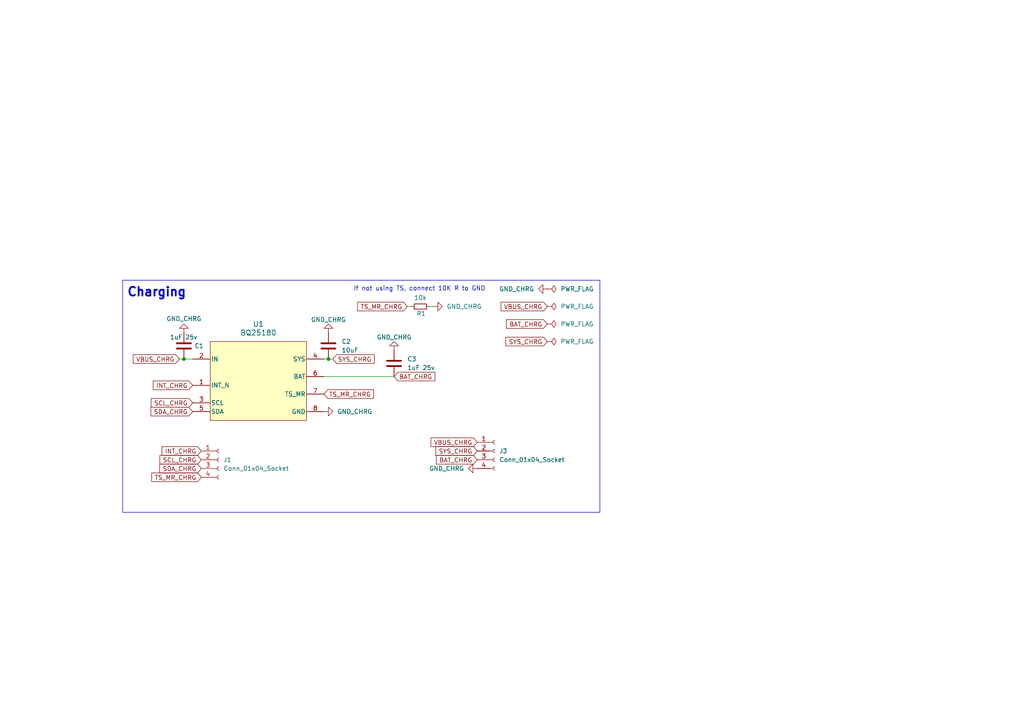
<source format=kicad_sch>
(kicad_sch (version 20231120) (generator "eeschema") (generator_version "8.0")
  (paper "A4")
  (lib_symbols
    (symbol "Connector:Conn_01x04_Socket" (pin_names (offset 1.016) hide)
      (property "Reference" "J" (at 0 5.08 0))
      (property "Value" "Conn_01x04_Socket" (at 0 -7.62 0))
      (symbol "Conn_01x04_Socket_1_1"
        (arc (start 0 -4.572) (mid -0.5058 -5.08) (end 0 -5.588) (stroke (width 0.1524)))
        (arc (start 0 -2.032) (mid -0.5058 -2.54) (end 0 -3.048) (stroke (width 0.1524)))
        (polyline (pts (xy -1.27 -5.08) (xy -0.508 -5.08)) (stroke (width 0.1524)))
        (polyline (pts (xy -1.27 -2.54) (xy -0.508 -2.54)) (stroke (width 0.1524)))
        (polyline (pts (xy -1.27 0) (xy -0.508 0)) (stroke (width 0.1524)))
        (polyline (pts (xy -1.27 2.54) (xy -0.508 2.54)) (stroke (width 0.1524)))
        (arc (start 0 0.508) (mid -0.5058 0) (end 0 -0.508) (stroke (width 0.1524)))
        (arc (start 0 3.048) (mid -0.5058 2.54) (end 0 2.032) (stroke (width 0.1524)))
        (pin passive line (at -5.08 2.54 0) (length 3.81) (name "Pin_1") (number "1"))
        (pin passive line (at -5.08 0 0) (length 3.81) (name "Pin_2") (number "2"))
        (pin passive line (at -5.08 -2.54 0) (length 3.81) (name "Pin_3") (number "3"))
        (pin passive line (at -5.08 -5.08 0) (length 3.81) (name "Pin_4") (number "4"))
      )
    )
    (symbol "Device:C" (pin_numbers hide) (pin_names (offset 0.254))
      (property "Reference" "C" (at 0.635 2.54 0))
      (property "Value" "C" (at 0.635 -2.54 0))
      (symbol "C_0_1"
        (polyline (pts (xy -2.032 -0.762) (xy 2.032 -0.762)) (stroke (width 0.508)))
        (polyline (pts (xy -2.032 0.762) (xy 2.032 0.762)) (stroke (width 0.508)))
      )
      (symbol "C_1_1"
        (pin passive line (at 0 3.81 270) (length 2.794) (name "~") (number "1"))
        (pin passive line (at 0 -3.81 90) (length 2.794) (name "~") (number "2"))
      )
    )
    (symbol "Device:R_Small" (pin_numbers hide) (pin_names (offset 0.254) hide)
      (property "Reference" "R" (at 0.762 0.508 0))
      (property "Value" "R_Small" (at 0.762 -1.016 0))
      (symbol "R_Small_0_1"
        (rectangle (start -0.762 1.778) (end 0.762 -1.778) (stroke (width 0.2032)))
      )
      (symbol "R_Small_1_1"
        (pin passive line (at 0 2.54 270) (length 0.762) (name "~") (number "1"))
        (pin passive line (at 0 -2.54 90) (length 0.762) (name "~") (number "2"))
      )
    )
    (symbol "MicroLightDevBoard:BQ25180" (pin_names (offset 0.254))
      (property "Reference" "U" (at 0 2.54 0))
      (property "Value" "BQ25180" (at -1.27 9.144 0))
      (symbol "BQ25180_0_1"
        (pin output line (at 0 -7.62 0) (length 5.08) (name "INT_N") (number "1"))
        (pin power_in line (at 0 0 0) (length 5.08) (name "IN") (number "2"))
        (pin input line (at 0 -12.7 0) (length 5.08) (name "SCL") (number "3"))
        (pin power_in line (at 38.1 0 180) (length 5.08) (name "SYS") (number "4"))
        (pin bidirectional line (at 0 -15.24 0) (length 5.08) (name "SDA") (number "5"))
        (pin power_in line (at 38.1 -5.08 180) (length 5.08) (name "BAT") (number "6"))
        (pin bidirectional line (at 38.1 -10.16 180) (length 5.08) (name "TS_MR") (number "7"))
        (pin power_in line (at 38.1 -15.24 180) (length 5.08) (name "GND") (number "8"))
      )
      (symbol "BQ25180_1_1"
        (rectangle (start 5.08 5.08) (end 33.02 -17.78) (fill (type background)))
      )
    )
    (symbol "power:GND" (power) (pin_numbers hide) (pin_names (offset 0) hide)
      (property "Value" "GND" (at 0 -3.81 0))
      (symbol "GND_0_1"
        (polyline (pts (xy 0 0) (xy 0 -1.27) (xy 1.27 -1.27) (xy 0 -2.54) (xy -1.27 -1.27) (xy 0 -1.27)))
      )
      (symbol "GND_1_1"
        (pin power_in line (at 0 0 270) (length 0) (name "~") (number "1"))
      )
    )
    (symbol "power:PWR_FLAG" (power) (pin_numbers hide) (pin_names (offset 0) hide)
      (property "Value" "PWR_FLAG" (at 0 3.81 0))
      (symbol "PWR_FLAG_0_0"
        (pin power_out line (at 0 0 90) (length 0) (name "~") (number "1"))
      )
      (symbol "PWR_FLAG_0_1"
        (polyline (pts (xy 0 0) (xy 0 1.27) (xy -1.016 1.905) (xy 0 2.54) (xy 1.016 1.905) (xy 0 1.27)))
      )
    )
  )
  (junction (at 53.34 104.14))
  (junction (at 95.25 104.14))
  (wire (pts (xy 93.98 104.14) (xy 95.25 104.14)))
  (wire (pts (xy 93.98 109.22) (xy 114.3 109.22)))
  (wire (pts (xy 52.07 104.14) (xy 53.34 104.14)))
  (wire (pts (xy 95.25 104.14) (xy 96.52 104.14)))
  (wire (pts (xy 124.46 88.9) (xy 125.73 88.9)))
  (wire (pts (xy 53.34 104.14) (xy 55.88 104.14)))
  (wire (pts (xy 118.11 88.9) (xy 119.38 88.9)))
  (rectangle (start 35.56 81.28) (end 173.99 148.59))
  (text "If not using TS, connect 10K R to GND" (at 121.666 83.82 0) (effects (font (size 1.27 1.27))))
  (text "Charging" (at 45.466 84.836 0) (effects (font (size 2.54 2.54) (thickness 0.508) (bold yes))))
  (global_label "VBUS_CHRG" (shape input) (at 158.75 88.9 180) (property "Intersheetrefs" "${INTERSHEET_REFS}" (effects (hide yes))))
  (global_label "TS_MR_CHRG" (shape input) (at 93.98 114.3 0) (property "Intersheetrefs" "${INTERSHEET_REFS}" (effects (hide yes))))
  (global_label "VBUS_CHRG" (shape input) (at 138.43 128.27 180) (property "Intersheetrefs" "${INTERSHEET_REFS}" (effects (hide yes))))
  (global_label "SYS_CHRG" (shape input) (at 158.75 99.06 180) (property "Intersheetrefs" "${INTERSHEET_REFS}" (effects (hide yes))))
  (global_label "SCL_CHRG" (shape input) (at 58.42 133.35 180) (property "Intersheetrefs" "${INTERSHEET_REFS}" (effects (hide yes))))
  (global_label "BAT_CHRG" (shape input) (at 138.43 133.35 180) (property "Intersheetrefs" "${INTERSHEET_REFS}" (effects (hide yes))))
  (global_label "VBUS_CHRG" (shape input) (at 52.07 104.14 180) (property "Intersheetrefs" "${INTERSHEET_REFS}" (effects (hide yes))))
  (global_label "TS_MR_CHRG" (shape input) (at 118.11 88.9 180) (property "Intersheetrefs" "${INTERSHEET_REFS}" (effects (hide yes))))
  (global_label "BAT_CHRG" (shape input) (at 158.75 93.98 180) (property "Intersheetrefs" "${INTERSHEET_REFS}" (effects (hide yes))))
  (global_label "INT_CHRG" (shape input) (at 55.88 111.76 180) (property "Intersheetrefs" "${INTERSHEET_REFS}" (effects (hide yes))))
  (global_label "SDA_CHRG" (shape input) (at 58.42 135.89 180) (property "Intersheetrefs" "${INTERSHEET_REFS}" (effects (hide yes))))
  (global_label "SYS_CHRG" (shape input) (at 96.52 104.14 0) (property "Intersheetrefs" "${INTERSHEET_REFS}" (effects (hide yes))))
  (global_label "SYS_CHRG" (shape input) (at 138.43 130.81 180) (property "Intersheetrefs" "${INTERSHEET_REFS}" (effects (hide yes))))
  (global_label "BAT_CHRG" (shape input) (at 114.3 109.22 0) (property "Intersheetrefs" "${INTERSHEET_REFS}" (effects (hide yes))))
  (global_label "SCL_CHRG" (shape input) (at 55.88 116.84 180) (property "Intersheetrefs" "${INTERSHEET_REFS}" (effects (hide yes))))
  (global_label "TS_MR_CHRG" (shape input) (at 58.42 138.43 180) (property "Intersheetrefs" "${INTERSHEET_REFS}" (effects (hide yes))))
  (global_label "INT_CHRG" (shape input) (at 58.42 130.81 180) (property "Intersheetrefs" "${INTERSHEET_REFS}" (effects (hide yes))))
  (global_label "SDA_CHRG" (shape input) (at 55.88 119.38 180) (property "Intersheetrefs" "${INTERSHEET_REFS}" (effects (hide yes))))
  (symbol (lib_id "power:GND") (at 95.25 96.52 180) (unit 1)
    (property "Reference" "#PWR03" (effects (hide yes)))
    (property "Value" "GND_CHRG" (at 90.17 92.71 0) (effects (justify right)))
    (property "Description" "Power symbol creates a global label with name \"GND\" , ground" (effects (hide yes)))
  )
  (symbol (lib_id "power:PWR_FLAG") (at 158.75 83.82 270) (unit 1)
    (property "Reference" "#FLG01" (effects (hide yes)))
    (property "Value" "PWR_FLAG" (at 162.56 83.8199 90) (effects (justify left)))
    (property "Description" "Special symbol for telling ERC where power comes from" (effects (hide yes)))
  )
  (symbol (lib_id "power:GND") (at 114.3 101.6 180) (unit 1)
    (property "Reference" "#PWR07" (effects (hide yes)))
    (property "Value" "GND_CHRG" (at 109.22 97.79 0) (effects (justify right)))
    (property "Description" "Power symbol creates a global label with name \"GND\" , ground" (effects (hide yes)))
  )
  (symbol (lib_id "power:GND") (at 93.98 119.38 90) (unit 1)
    (property "Reference" "#PWR02" (effects (hide yes)))
    (property "Value" "GND_CHRG" (at 97.79 119.3801 90) (effects (justify right)))
    (property "Description" "Power symbol creates a global label with name \"GND\" , ground" (effects (hide yes)))
  )
  (symbol (lib_id "Device:C") (at 95.25 100.33 0) (unit 1)
    (property "Reference" "C2" (at 99.06 99.0599 0) (effects (justify left)))
    (property "Value" "10uF" (at 99.06 101.5999 0) (effects (justify left)))
    (property "Footprint" "Capacitor_SMD:C_0805_2012Metric" (effects (hide yes)))
    (property "Description" "Unpolarized capacitor" (effects (hide yes)))
  )
  (symbol (lib_id "power:GND") (at 138.43 135.89 270) (unit 1)
    (property "Reference" "#PWR010" (effects (hide yes)))
    (property "Value" "GND_CHRG" (at 134.62 135.8899 90) (effects (justify right)))
    (property "Description" "Power symbol creates a global label with name \"GND\" , ground" (effects (hide yes)))
  )
  (symbol (lib_id "power:GND") (at 158.75 83.82 270) (unit 1)
    (property "Reference" "#PWR09" (effects (hide yes)))
    (property "Value" "GND_CHRG" (at 154.94 83.8199 90) (effects (justify right)))
    (property "Description" "Power symbol creates a global label with name \"GND\" , ground" (effects (hide yes)))
  )
  (symbol (lib_id "MicroLightDevBoard:BQ25180") (at 55.88 104.14 0) (unit 1)
    (property "Reference" "U1" (at 74.93 93.98 0) (effects (font (size 1.524 1.524))))
    (property "Value" "BQ25180" (at 74.93 96.52 0) (effects (font (size 1.524 1.524))))
    (property "Footprint" "BQ25180:BQ25180" (effects (hide yes)))
    (property "Datasheet" "BQ25180" (effects (hide yes)))
    (property "Description" "https://www.ti.com/lit/ds/symlink/bq25180.pdf" (effects (hide yes)))
  )
  (symbol (lib_id "power:GND") (at 125.73 88.9 90) (unit 1)
    (property "Reference" "#PWR08" (effects (hide yes)))
    (property "Value" "GND_CHRG" (at 129.54 88.9001 90) (effects (justify right)))
    (property "Description" "Power symbol creates a global label with name \"GND\" , ground" (effects (hide yes)))
  )
  (symbol (lib_id "Connector:Conn_01x04_Socket") (at 63.5 133.35 0) (unit 1)
    (property "Reference" "J1" (at 64.77 133.3499 0) (effects (justify left)))
    (property "Value" "Conn_01x04_Socket" (at 64.77 135.8899 0) (effects (justify left)))
    (property "Footprint" "Connector_PinSocket_2.54mm:PinSocket_1x04_P2.54mm_Vertical" (effects (hide yes)))
    (property "Description" "Generic connector, single row, 01x04, script generated" (effects (hide yes)))
    (property "LCSC" "C2718488" (effects (hide yes)))
  )
  (symbol (lib_id "power:PWR_FLAG") (at 158.75 93.98 270) (unit 1)
    (property "Reference" "#FLG03" (effects (hide yes)))
    (property "Value" "PWR_FLAG" (at 162.56 93.9799 90) (effects (justify left)))
    (property "Description" "Special symbol for telling ERC where power comes from" (effects (hide yes)))
  )
  (symbol (lib_id "Connector:Conn_01x04_Socket") (at 143.51 130.81 0) (unit 1)
    (property "Reference" "J3" (at 144.78 130.8099 0) (effects (justify left)))
    (property "Value" "Conn_01x04_Socket" (at 144.78 133.3499 0) (effects (justify left)))
    (property "Footprint" "Connector_PinSocket_2.54mm:PinSocket_1x04_P2.54mm_Vertical" (effects (hide yes)))
    (property "Description" "Generic connector, single row, 01x04, script generated" (effects (hide yes)))
    (property "LCSC" "C2718488" (effects (hide yes)))
  )
  (symbol (lib_id "Device:C") (at 53.34 100.33 0) (unit 1)
    (property "Reference" "C1" (at 56.388 100.33 0) (effects (justify left)))
    (property "Value" "1uF 25v" (at 49.276 97.79 0) (effects (justify left)))
    (property "Footprint" "Capacitor_SMD:C_0805_2012Metric" (effects (hide yes)))
    (property "Description" "Unpolarized capacitor" (effects (hide yes)))
  )
  (symbol (lib_id "Device:R_Small") (at 121.92 88.9 90) (unit 1)
    (property "Reference" "R1" (at 122.174 90.932 90))
    (property "Value" "10k" (at 121.92 86.36 90))
    (property "Footprint" "Resistor_SMD:R_0805_2012Metric" (effects (hide yes)))
    (property "Description" "Resistor, small symbol" (effects (hide yes)))
  )
  (symbol (lib_id "power:PWR_FLAG") (at 158.75 88.9 270) (unit 1)
    (property "Reference" "#FLG02" (effects (hide yes)))
    (property "Value" "PWR_FLAG" (at 162.56 88.8999 90) (effects (justify left)))
    (property "Description" "Special symbol for telling ERC where power comes from" (effects (hide yes)))
  )
  (symbol (lib_id "power:GND") (at 53.34 96.52 180) (unit 1)
    (property "Reference" "#PWR01" (effects (hide yes)))
    (property "Value" "GND_CHRG" (at 48.26 92.456 0) (effects (justify right)))
    (property "Description" "Power symbol creates a global label with name \"GND\" , ground" (effects (hide yes)))
  )
  (symbol (lib_id "power:PWR_FLAG") (at 158.75 99.06 270) (unit 1)
    (property "Reference" "#FLG04" (effects (hide yes)))
    (property "Value" "PWR_FLAG" (at 162.56 99.0599 90) (effects (justify left)))
    (property "Description" "Special symbol for telling ERC where power comes from" (effects (hide yes)))
  )
  (symbol (lib_id "Device:C") (at 114.3 105.41 0) (unit 1)
    (property "Reference" "C3" (at 118.11 104.1399 0) (effects (justify left)))
    (property "Value" "1uF 25v" (at 118.11 106.6799 0) (effects (justify left)))
    (property "Footprint" "Capacitor_SMD:C_0805_2012Metric" (effects (hide yes)))
    (property "Description" "Unpolarized capacitor" (effects (hide yes)))
  )
)
</source>
